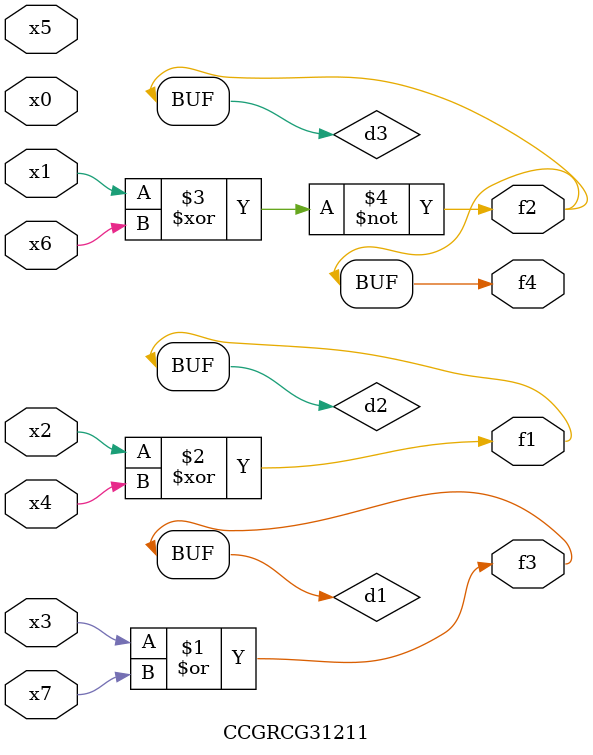
<source format=v>
module CCGRCG31211(
	input x0, x1, x2, x3, x4, x5, x6, x7,
	output f1, f2, f3, f4
);

	wire d1, d2, d3;

	or (d1, x3, x7);
	xor (d2, x2, x4);
	xnor (d3, x1, x6);
	assign f1 = d2;
	assign f2 = d3;
	assign f3 = d1;
	assign f4 = d3;
endmodule

</source>
